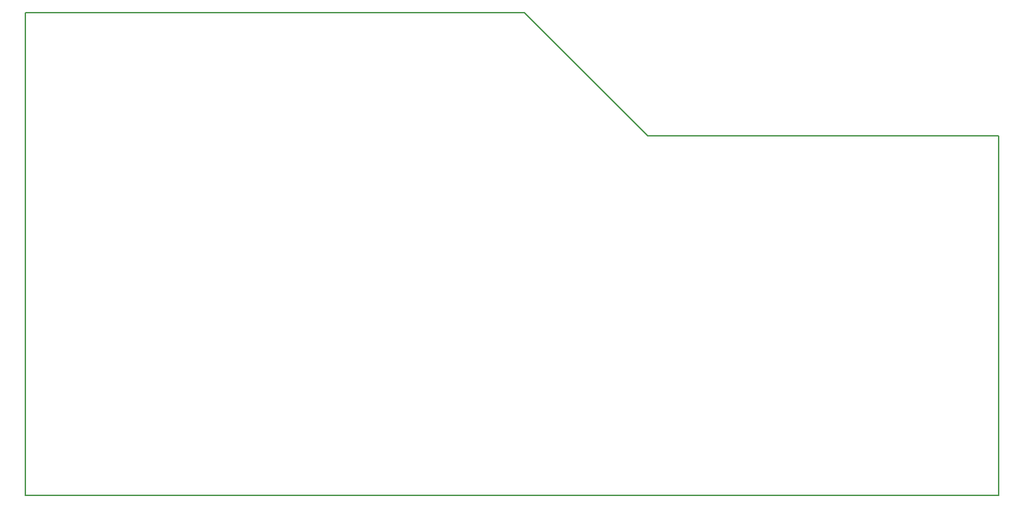
<source format=gbr>
G04 #@! TF.FileFunction,Other,User*
%FSLAX46Y46*%
G04 Gerber Fmt 4.6, Leading zero omitted, Abs format (unit mm)*
G04 Created by KiCad (PCBNEW 4.0.5) date 03/10/17 17:56:50*
%MOMM*%
%LPD*%
G01*
G04 APERTURE LIST*
%ADD10C,0.100000*%
%ADD11C,0.200000*%
G04 APERTURE END LIST*
D10*
D11*
X154051000Y-155702000D02*
X30480000Y-155702000D01*
X154051000Y-109982000D02*
X154051000Y-155702000D01*
X109474000Y-109982000D02*
X154051000Y-109982000D01*
X93853000Y-94361000D02*
X109474000Y-109982000D01*
X30480000Y-94361000D02*
X93853000Y-94361000D01*
X30480000Y-155702000D02*
X30480000Y-94361000D01*
M02*

</source>
